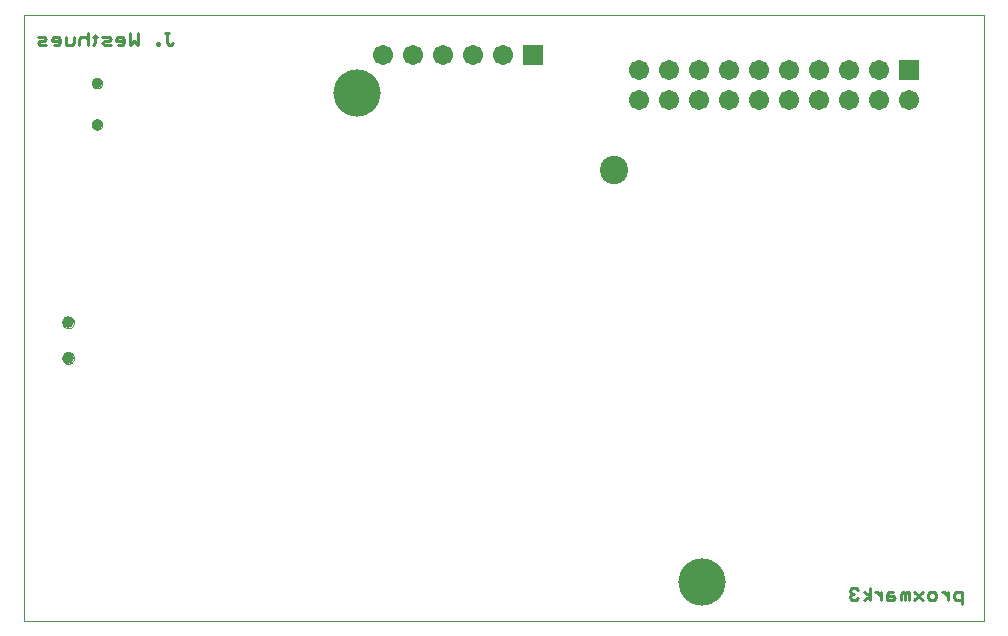
<source format=gbs>
G75*
G70*
%OFA0B0*%
%FSLAX24Y24*%
%IPPOS*%
%LPD*%
%AMOC8*
5,1,8,0,0,1.08239X$1,22.5*
%
%ADD10C,0.0010*%
%ADD11C,0.0090*%
%ADD12C,0.0000*%
%ADD13C,0.0354*%
%ADD14C,0.0394*%
%ADD15R,0.0675X0.0675*%
%ADD16C,0.0675*%
%ADD17C,0.0945*%
%ADD18C,0.1575*%
D10*
X000450Y000105D02*
X032450Y000105D01*
X032450Y020305D01*
X000450Y020305D01*
X000450Y000105D01*
D11*
X027978Y000868D02*
X028047Y000800D01*
X028184Y000800D01*
X028252Y000868D01*
X028431Y000800D02*
X028636Y000937D01*
X028431Y001074D01*
X028252Y001142D02*
X028184Y001210D01*
X028047Y001210D01*
X027978Y001142D01*
X027978Y001074D01*
X028047Y001005D01*
X027978Y000937D01*
X027978Y000868D01*
X028047Y001005D02*
X028115Y001005D01*
X028636Y000800D02*
X028636Y001210D01*
X028814Y001074D02*
X028883Y001074D01*
X029019Y000937D01*
X029019Y000800D02*
X029019Y001074D01*
X029206Y001005D02*
X029206Y000800D01*
X029411Y000800D01*
X029480Y000868D01*
X029411Y000937D01*
X029206Y000937D01*
X029206Y001005D02*
X029275Y001074D01*
X029411Y001074D01*
X029667Y001005D02*
X029667Y000800D01*
X029803Y000800D02*
X029803Y001005D01*
X029735Y001074D01*
X029667Y001005D01*
X029803Y001005D02*
X029872Y001074D01*
X029940Y001074D01*
X029940Y000800D01*
X030127Y000800D02*
X030401Y001074D01*
X030587Y001005D02*
X030656Y001074D01*
X030793Y001074D01*
X030861Y001005D01*
X030861Y000868D01*
X030793Y000800D01*
X030656Y000800D01*
X030587Y000868D01*
X030587Y001005D01*
X030401Y000800D02*
X030127Y001074D01*
X031039Y001074D02*
X031108Y001074D01*
X031245Y000937D01*
X031245Y000800D02*
X031245Y001074D01*
X031431Y001005D02*
X031431Y000868D01*
X031500Y000800D01*
X031705Y000800D01*
X031705Y000663D02*
X031705Y001074D01*
X031500Y001074D01*
X031431Y001005D01*
X005405Y019368D02*
X005337Y019300D01*
X005268Y019300D01*
X005200Y019368D01*
X005200Y019710D01*
X005268Y019710D02*
X005131Y019710D01*
X004945Y019368D02*
X004876Y019368D01*
X004876Y019300D01*
X004945Y019300D01*
X004945Y019368D01*
X004254Y019300D02*
X004117Y019437D01*
X003980Y019300D01*
X003980Y019710D01*
X004254Y019710D02*
X004254Y019300D01*
X003794Y019368D02*
X003794Y019505D01*
X003725Y019574D01*
X003588Y019574D01*
X003520Y019505D01*
X003520Y019437D01*
X003794Y019437D01*
X003794Y019368D02*
X003725Y019300D01*
X003588Y019300D01*
X003333Y019300D02*
X003128Y019300D01*
X003060Y019368D01*
X003128Y019437D01*
X003265Y019437D01*
X003333Y019505D01*
X003265Y019574D01*
X003060Y019574D01*
X002873Y019574D02*
X002736Y019574D01*
X002804Y019642D02*
X002804Y019368D01*
X002736Y019300D01*
X002566Y019300D02*
X002566Y019710D01*
X002498Y019574D02*
X002361Y019574D01*
X002292Y019505D01*
X002292Y019300D01*
X002106Y019368D02*
X002037Y019300D01*
X001832Y019300D01*
X001832Y019574D01*
X001645Y019505D02*
X001577Y019574D01*
X001440Y019574D01*
X001372Y019505D01*
X001372Y019437D01*
X001645Y019437D01*
X001645Y019505D02*
X001645Y019368D01*
X001577Y019300D01*
X001440Y019300D01*
X001185Y019300D02*
X000980Y019300D01*
X000911Y019368D01*
X000980Y019437D01*
X001116Y019437D01*
X001185Y019505D01*
X001116Y019574D01*
X000911Y019574D01*
X002106Y019574D02*
X002106Y019368D01*
X002498Y019574D02*
X002566Y019505D01*
D12*
X002703Y018022D02*
X002705Y018048D01*
X002711Y018074D01*
X002721Y018099D01*
X002734Y018122D01*
X002750Y018142D01*
X002770Y018160D01*
X002792Y018175D01*
X002815Y018187D01*
X002841Y018195D01*
X002867Y018199D01*
X002893Y018199D01*
X002919Y018195D01*
X002945Y018187D01*
X002969Y018175D01*
X002990Y018160D01*
X003010Y018142D01*
X003026Y018122D01*
X003039Y018099D01*
X003049Y018074D01*
X003055Y018048D01*
X003057Y018022D01*
X003055Y017996D01*
X003049Y017970D01*
X003039Y017945D01*
X003026Y017922D01*
X003010Y017902D01*
X002990Y017884D01*
X002968Y017869D01*
X002945Y017857D01*
X002919Y017849D01*
X002893Y017845D01*
X002867Y017845D01*
X002841Y017849D01*
X002815Y017857D01*
X002791Y017869D01*
X002770Y017884D01*
X002750Y017902D01*
X002734Y017922D01*
X002721Y017945D01*
X002711Y017970D01*
X002705Y017996D01*
X002703Y018022D01*
X002703Y016644D02*
X002705Y016670D01*
X002711Y016696D01*
X002721Y016721D01*
X002734Y016744D01*
X002750Y016764D01*
X002770Y016782D01*
X002792Y016797D01*
X002815Y016809D01*
X002841Y016817D01*
X002867Y016821D01*
X002893Y016821D01*
X002919Y016817D01*
X002945Y016809D01*
X002969Y016797D01*
X002990Y016782D01*
X003010Y016764D01*
X003026Y016744D01*
X003039Y016721D01*
X003049Y016696D01*
X003055Y016670D01*
X003057Y016644D01*
X003055Y016618D01*
X003049Y016592D01*
X003039Y016567D01*
X003026Y016544D01*
X003010Y016524D01*
X002990Y016506D01*
X002968Y016491D01*
X002945Y016479D01*
X002919Y016471D01*
X002893Y016467D01*
X002867Y016467D01*
X002841Y016471D01*
X002815Y016479D01*
X002791Y016491D01*
X002770Y016506D01*
X002750Y016524D01*
X002734Y016544D01*
X002721Y016567D01*
X002711Y016592D01*
X002705Y016618D01*
X002703Y016644D01*
X001720Y010046D02*
X001722Y010073D01*
X001728Y010100D01*
X001737Y010126D01*
X001750Y010150D01*
X001766Y010173D01*
X001785Y010192D01*
X001807Y010209D01*
X001831Y010223D01*
X001856Y010233D01*
X001883Y010240D01*
X001910Y010243D01*
X001938Y010242D01*
X001965Y010237D01*
X001991Y010229D01*
X002015Y010217D01*
X002038Y010201D01*
X002059Y010183D01*
X002076Y010162D01*
X002091Y010138D01*
X002102Y010113D01*
X002110Y010087D01*
X002114Y010060D01*
X002114Y010032D01*
X002110Y010005D01*
X002102Y009979D01*
X002091Y009954D01*
X002076Y009930D01*
X002059Y009909D01*
X002038Y009891D01*
X002016Y009875D01*
X001991Y009863D01*
X001965Y009855D01*
X001938Y009850D01*
X001910Y009849D01*
X001883Y009852D01*
X001856Y009859D01*
X001831Y009869D01*
X001807Y009883D01*
X001785Y009900D01*
X001766Y009919D01*
X001750Y009942D01*
X001737Y009966D01*
X001728Y009992D01*
X001722Y010019D01*
X001720Y010046D01*
X001720Y008864D02*
X001722Y008891D01*
X001728Y008918D01*
X001737Y008944D01*
X001750Y008968D01*
X001766Y008991D01*
X001785Y009010D01*
X001807Y009027D01*
X001831Y009041D01*
X001856Y009051D01*
X001883Y009058D01*
X001910Y009061D01*
X001938Y009060D01*
X001965Y009055D01*
X001991Y009047D01*
X002015Y009035D01*
X002038Y009019D01*
X002059Y009001D01*
X002076Y008980D01*
X002091Y008956D01*
X002102Y008931D01*
X002110Y008905D01*
X002114Y008878D01*
X002114Y008850D01*
X002110Y008823D01*
X002102Y008797D01*
X002091Y008772D01*
X002076Y008748D01*
X002059Y008727D01*
X002038Y008709D01*
X002016Y008693D01*
X001991Y008681D01*
X001965Y008673D01*
X001938Y008668D01*
X001910Y008667D01*
X001883Y008670D01*
X001856Y008677D01*
X001831Y008687D01*
X001807Y008701D01*
X001785Y008718D01*
X001766Y008737D01*
X001750Y008760D01*
X001737Y008784D01*
X001728Y008810D01*
X001722Y008837D01*
X001720Y008864D01*
D13*
X002880Y016644D03*
X002880Y018022D03*
D14*
X001917Y010046D03*
X001917Y008864D03*
D15*
X017400Y018955D03*
X029950Y018455D03*
D16*
X028950Y018455D03*
X027950Y018455D03*
X026950Y018455D03*
X025950Y018455D03*
X024950Y018455D03*
X023950Y018455D03*
X022950Y018455D03*
X021950Y018455D03*
X020950Y018455D03*
X020950Y017455D03*
X021950Y017455D03*
X022950Y017455D03*
X023950Y017455D03*
X024950Y017455D03*
X025950Y017455D03*
X026950Y017455D03*
X027950Y017455D03*
X028950Y017455D03*
X029950Y017455D03*
X016400Y018955D03*
X015400Y018955D03*
X014400Y018955D03*
X013400Y018955D03*
X012400Y018955D03*
D17*
X020115Y015140D03*
D18*
X011550Y017705D03*
X023050Y001405D03*
M02*

</source>
